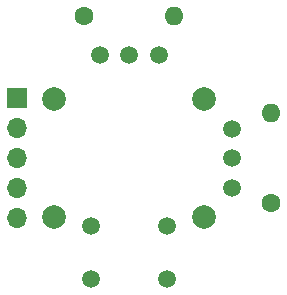
<source format=gbr>
%TF.GenerationSoftware,KiCad,Pcbnew,(6.0.6)*%
%TF.CreationDate,2023-05-18T11:46:39+08:00*%
%TF.ProjectId,JoystickPCB,4a6f7973-7469-4636-9b50-43422e6b6963,rev?*%
%TF.SameCoordinates,Original*%
%TF.FileFunction,Soldermask,Top*%
%TF.FilePolarity,Negative*%
%FSLAX46Y46*%
G04 Gerber Fmt 4.6, Leading zero omitted, Abs format (unit mm)*
G04 Created by KiCad (PCBNEW (6.0.6)) date 2023-05-18 11:46:39*
%MOMM*%
%LPD*%
G01*
G04 APERTURE LIST*
%ADD10C,1.600000*%
%ADD11O,1.600000X1.600000*%
%ADD12C,1.500000*%
%ADD13C,2.000000*%
%ADD14R,1.700000X1.700000*%
%ADD15O,1.700000X1.700000*%
G04 APERTURE END LIST*
D10*
%TO.C,R3*%
X12000000Y-3810000D03*
D11*
X12000000Y3810000D03*
%TD*%
D10*
%TO.C,R2*%
X-3810000Y12000000D03*
D11*
X3810000Y12000000D03*
%TD*%
D12*
%TO.C,JS1*%
X-2500000Y8730000D03*
X0Y8730000D03*
X2500000Y8730000D03*
X8730000Y2500000D03*
X8730000Y0D03*
X8730000Y-2500000D03*
X-3250000Y-5750000D03*
X3250000Y-5750000D03*
X-3250000Y-10250000D03*
X3250000Y-10250000D03*
D13*
X6325000Y-5000000D03*
X6325000Y5000000D03*
X-6325000Y-5000000D03*
X-6325000Y5000000D03*
%TD*%
D14*
%TO.C,J1*%
X-9500000Y5080000D03*
D15*
X-9500000Y2540000D03*
X-9500000Y0D03*
X-9500000Y-2540000D03*
X-9500000Y-5080000D03*
%TD*%
M02*

</source>
